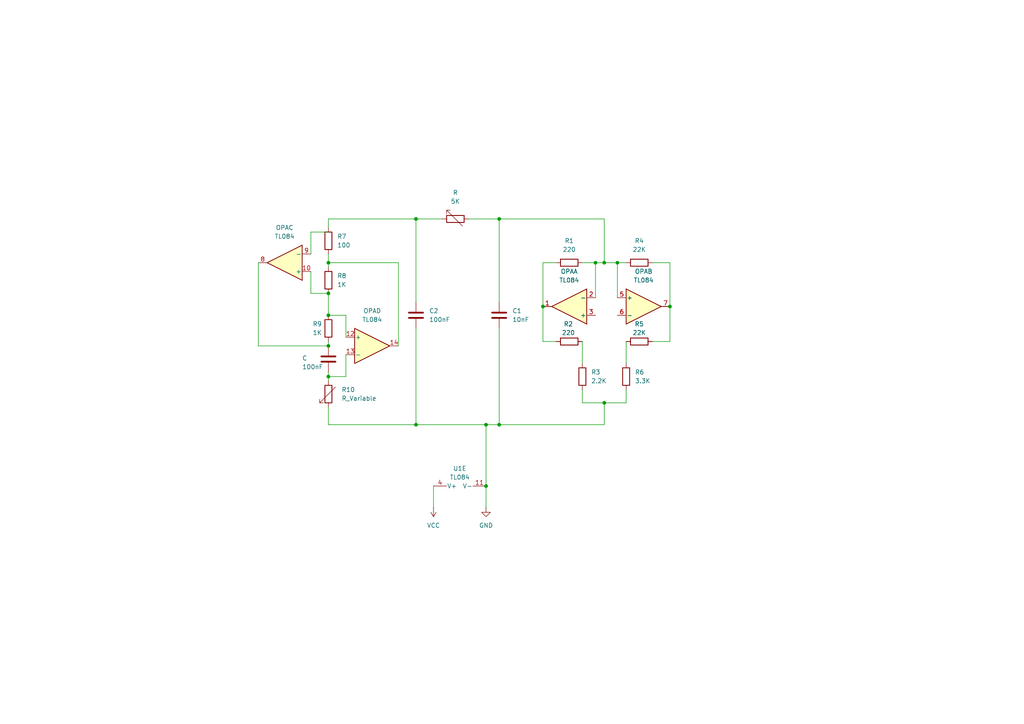
<source format=kicad_sch>
(kicad_sch (version 20250114) (generator "eeschema") (generator_version "9.0")
  (paper "A4")
  (lib_symbols
    (symbol "Amplifier_Operational:TL084" (pin_names (offset 0.127))
      (property "Reference" "U" (at 0 5.08 0))
      (property "Value" "TL084" (at 0 -5.08 0))
      (symbol "TL084_1_1"
        (polyline (pts (xy -5.08 5.08) (xy 5.08 0) (xy -5.08 -5.08) (xy -5.08 5.08)) (stroke (width 0.254)) (fill (type background)))
        (pin input line (at -7.62 2.54 0) (length 2.54) (name "+") (number "3"))
        (pin input line (at -7.62 -2.54 0) (length 2.54) (name "-") (number "2"))
        (pin output line (at 7.62 0 180) (length 2.54) (name "~") (number "1"))
      )
      (symbol "TL084_2_1"
        (polyline (pts (xy -5.08 5.08) (xy 5.08 0) (xy -5.08 -5.08) (xy -5.08 5.08)) (stroke (width 0.254)) (fill (type background)))
        (pin input line (at -7.62 2.54 0) (length 2.54) (name "+") (number "5"))
        (pin input line (at -7.62 -2.54 0) (length 2.54) (name "-") (number "6"))
        (pin output line (at 7.62 0 180) (length 2.54) (name "~") (number "7"))
      )
      (symbol "TL084_3_1"
        (polyline (pts (xy -5.08 5.08) (xy 5.08 0) (xy -5.08 -5.08) (xy -5.08 5.08)) (stroke (width 0.254)) (fill (type background)))
        (pin input line (at -7.62 2.54 0) (length 2.54) (name "+") (number "10"))
        (pin input line (at -7.62 -2.54 0) (length 2.54) (name "-") (number "9"))
        (pin output line (at 7.62 0 180) (length 2.54) (name "~") (number "8"))
      )
      (symbol "TL084_4_1"
        (polyline (pts (xy -5.08 5.08) (xy 5.08 0) (xy -5.08 -5.08) (xy -5.08 5.08)) (stroke (width 0.254)) (fill (type background)))
        (pin input line (at -7.62 2.54 0) (length 2.54) (name "+") (number "12"))
        (pin input line (at -7.62 -2.54 0) (length 2.54) (name "-") (number "13"))
        (pin output line (at 7.62 0 180) (length 2.54) (name "~") (number "14"))
      )
      (symbol "TL084_5_1"
        (pin power_in line (at -2.54 7.62 270) (length 3.81) (name "V+") (number "4"))
        (pin power_in line (at -2.54 -7.62 90) (length 3.81) (name "V-") (number "11"))
      )
    )
    (symbol "Device:C" (pin_numbers (hide yes)) (pin_names (offset 0.254))
      (property "Reference" "C" (at 0.635 2.54 0))
      (property "Value" "C" (at 0.635 -2.54 0))
      (symbol "C_0_1"
        (polyline (pts (xy -2.032 0.762) (xy 2.032 0.762)) (stroke (width 0.508)))
        (polyline (pts (xy -2.032 -0.762) (xy 2.032 -0.762)) (stroke (width 0.508)))
      )
      (symbol "C_1_1"
        (pin passive line (at 0 3.81 270) (length 2.794) (name "~") (number "1"))
        (pin passive line (at 0 -3.81 90) (length 2.794) (name "~") (number "2"))
      )
    )
    (symbol "Device:R" (pin_numbers (hide yes)) (pin_names (offset 0))
      (property "Reference" "R" (at 2.032 0 90))
      (property "Value" "R" (at 0 0 90))
      (symbol "R_0_1"
        (rectangle (start -1.016 -2.54) (end 1.016 2.54) (stroke (width 0.254)))
      )
      (symbol "R_1_1"
        (pin passive line (at 0 3.81 270) (length 1.27) (name "~") (number "1"))
        (pin passive line (at 0 -3.81 90) (length 1.27) (name "~") (number "2"))
      )
    )
    (symbol "Device:R_Variable" (pin_numbers (hide yes)) (pin_names (offset 0))
      (property "Reference" "R" (at 2.54 -2.54 90))
      (property "Value" "R_Variable" (at -2.54 -1.27 90))
      (symbol "R_Variable_0_1"
        (rectangle (start -1.016 -2.54) (end 1.016 2.54) (stroke (width 0.254)))
        (polyline (pts (xy 2.54 1.524) (xy 2.54 2.54) (xy 1.524 2.54) (xy 2.54 2.54) (xy -2.032 -2.032)))
      )
      (symbol "R_Variable_1_1"
        (pin passive line (at 0 3.81 270) (length 1.27) (name "~") (number "1"))
        (pin passive line (at 0 -3.81 90) (length 1.27) (name "~") (number "2"))
      )
    )
    (symbol "power:GND" (power) (pin_numbers (hide yes)) (pin_names (offset 0) (hide yes))
      (property "Value" "GND" (at 0 -3.81 0))
      (symbol "GND_0_1"
        (polyline (pts (xy 0 0) (xy 0 -1.27) (xy 1.27 -1.27) (xy 0 -2.54) (xy -1.27 -1.27) (xy 0 -1.27)))
      )
      (symbol "GND_1_1"
        (pin power_in line (at 0 0 270) (length 0) (name "~") (number "1"))
      )
    )
    (symbol "power:VCC" (power) (pin_numbers (hide yes)) (pin_names (offset 0) (hide yes))
      (property "Value" "VCC" (at 0 3.556 0))
      (symbol "VCC_0_1"
        (polyline (pts (xy -0.762 1.27) (xy 0 2.54)))
        (polyline (pts (xy 0 2.54) (xy 0.762 1.27)))
        (polyline (pts (xy 0 0) (xy 0 2.54)))
      )
      (symbol "VCC_1_1"
        (pin power_in line (at 0 0 90) (length 0) (name "~") (number "1"))
      )
    )
  )
  (junction (at 95.25 109.22))
  (junction (at 120.65 123.19))
  (junction (at 95.25 85.09))
  (junction (at 194.31 88.9))
  (junction (at 157.48 88.9))
  (junction (at 140.97 140.97))
  (junction (at 144.78 123.19))
  (junction (at 95.25 76.2))
  (junction (at 140.97 123.19))
  (junction (at 175.26 116.84))
  (junction (at 95.25 91.44))
  (junction (at 120.65 63.5))
  (junction (at 95.25 100.33))
  (junction (at 179.07 76.2))
  (junction (at 175.26 76.2))
  (junction (at 144.78 63.5))
  (junction (at 172.72 76.2))
  (wire (pts (xy 157.48 76.2) (xy 157.48 88.9)))
  (wire (pts (xy 90.17 78.74) (xy 90.17 85.09)))
  (wire (pts (xy 194.31 88.9) (xy 194.31 76.2)))
  (wire (pts (xy 144.78 63.5) (xy 144.78 87.63)))
  (wire (pts (xy 144.78 95.25) (xy 144.78 123.19)))
  (wire (pts (xy 125.73 140.97) (xy 125.73 147.32)))
  (wire (pts (xy 100.33 109.22) (xy 100.33 102.87)))
  (wire (pts (xy 172.72 76.2) (xy 175.26 76.2)))
  (wire (pts (xy 168.91 76.2) (xy 172.72 76.2)))
  (wire (pts (xy 144.78 63.5) (xy 175.26 63.5)))
  (wire (pts (xy 95.25 76.2) (xy 95.25 77.47)))
  (wire (pts (xy 179.07 76.2) (xy 179.07 86.36)))
  (wire (pts (xy 175.26 76.2) (xy 179.07 76.2)))
  (wire (pts (xy 95.25 118.11) (xy 95.25 123.19)))
  (wire (pts (xy 95.25 76.2) (xy 115.57 76.2)))
  (wire (pts (xy 100.33 91.44) (xy 100.33 97.79)))
  (wire (pts (xy 95.25 109.22) (xy 100.33 109.22)))
  (wire (pts (xy 90.17 67.31) (xy 90.17 73.66)))
  (wire (pts (xy 161.29 76.2) (xy 157.48 76.2)))
  (wire (pts (xy 144.78 123.19) (xy 175.26 123.19)))
  (wire (pts (xy 90.17 85.09) (xy 95.25 85.09)))
  (wire (pts (xy 135.89 63.5) (xy 144.78 63.5)))
  (wire (pts (xy 181.61 113.03) (xy 181.61 116.84)))
  (wire (pts (xy 175.26 116.84) (xy 175.26 123.19)))
  (wire (pts (xy 120.65 63.5) (xy 120.65 87.63)))
  (wire (pts (xy 74.93 76.2) (xy 74.93 100.33)))
  (wire (pts (xy 128.27 63.5) (xy 120.65 63.5)))
  (wire (pts (xy 175.26 76.2) (xy 175.26 63.5)))
  (wire (pts (xy 95.25 100.33) (xy 95.25 99.06)))
  (wire (pts (xy 168.91 113.03) (xy 168.91 116.84)))
  (wire (pts (xy 140.97 123.19) (xy 140.97 140.97)))
  (wire (pts (xy 157.48 99.06) (xy 161.29 99.06)))
  (wire (pts (xy 120.65 123.19) (xy 140.97 123.19)))
  (wire (pts (xy 175.26 116.84) (xy 168.91 116.84)))
  (wire (pts (xy 74.93 100.33) (xy 95.25 100.33)))
  (wire (pts (xy 95.25 123.19) (xy 120.65 123.19)))
  (wire (pts (xy 95.25 110.49) (xy 95.25 109.22)))
  (wire (pts (xy 95.25 63.5) (xy 120.65 63.5)))
  (wire (pts (xy 181.61 99.06) (xy 181.61 105.41)))
  (wire (pts (xy 157.48 88.9) (xy 157.48 99.06)))
  (wire (pts (xy 115.57 76.2) (xy 115.57 100.33)))
  (wire (pts (xy 95.25 63.5) (xy 95.25 66.04)))
  (wire (pts (xy 95.25 91.44) (xy 100.33 91.44)))
  (wire (pts (xy 172.72 86.36) (xy 172.72 76.2)))
  (wire (pts (xy 189.23 99.06) (xy 194.31 99.06)))
  (wire (pts (xy 179.07 76.2) (xy 181.61 76.2)))
  (wire (pts (xy 140.97 123.19) (xy 144.78 123.19)))
  (wire (pts (xy 95.25 73.66) (xy 95.25 76.2)))
  (wire (pts (xy 95.25 67.31) (xy 90.17 67.31)))
  (wire (pts (xy 168.91 99.06) (xy 168.91 105.41)))
  (wire (pts (xy 181.61 116.84) (xy 175.26 116.84)))
  (wire (pts (xy 95.25 85.09) (xy 95.25 91.44)))
  (wire (pts (xy 95.25 109.22) (xy 95.25 107.95)))
  (wire (pts (xy 189.23 76.2) (xy 194.31 76.2)))
  (wire (pts (xy 194.31 99.06) (xy 194.31 88.9)))
  (wire (pts (xy 140.97 140.97) (xy 140.97 147.32)))
  (wire (pts (xy 120.65 95.25) (xy 120.65 123.19)))
  (symbol (lib_id "Device:R") (at 185.42 76.2 90) (unit 1)
    (property "Reference" "R4" (at 185.42 69.85 90))
    (property "Value" "22K" (at 185.42 72.39 90))
    (property "Description" "Resistor" (effects (hide yes)))
  )
  (symbol (lib_id "Device:R") (at 95.25 81.28 180) (unit 1)
    (property "Reference" "R8" (at 97.79 80.0099 0) (effects (justify right)))
    (property "Value" "1K" (at 97.79 82.5499 0) (effects (justify right)))
    (property "Description" "Resistor" (effects (hide yes)))
  )
  (symbol (lib_id "Device:C") (at 120.65 91.44 0) (unit 1)
    (property "Reference" "C2" (at 124.46 90.1699 0) (effects (justify left)))
    (property "Value" "100nF" (at 124.46 92.7099 0) (effects (justify left)))
    (property "Description" "Unpolarized capacitor" (effects (hide yes)))
  )
  (symbol (lib_id "Amplifier_Operational:TL084") (at 186.69 88.9 0) (unit 2)
    (property "Reference" "OPA" (at 186.69 78.74 0))
    (property "Value" "TL084" (at 186.69 81.28 0))
    (property "Datasheet" "http://www.ti.com/lit/ds/symlink/tl081.pdf" (effects (hide yes)))
    (property "Description" "Quad JFET-Input Operational Amplifiers, DIP-14/SOIC-14/SSOP-14" (effects (hide yes)))
  )
  (symbol (lib_id "Device:R") (at 168.91 109.22 180) (unit 1)
    (property "Reference" "R3" (at 171.45 107.9499 0) (effects (justify right)))
    (property "Value" "2.2K" (at 171.45 110.4899 0) (effects (justify right)))
    (property "Description" "Resistor" (effects (hide yes)))
  )
  (symbol (lib_id "Device:R") (at 95.25 95.25 180) (unit 1)
    (property "Reference" "R9" (at 90.678 93.98 0) (effects (justify right)))
    (property "Value" "1K" (at 90.678 96.52 0) (effects (justify right)))
    (property "Description" "Resistor" (effects (hide yes)))
  )
  (symbol (lib_id "Device:R") (at 165.1 99.06 90) (unit 1)
    (property "Reference" "R2" (at 164.846 93.98 90))
    (property "Value" "220" (at 164.846 96.52 90))
    (property "Description" "Resistor" (effects (hide yes)))
  )
  (symbol (lib_id "Amplifier_Operational:TL084") (at 107.95 100.33 0) (unit 4)
    (property "Reference" "OPA" (at 107.95 90.17 0))
    (property "Value" "TL084" (at 107.95 92.71 0))
    (property "Datasheet" "http://www.ti.com/lit/ds/symlink/tl081.pdf" (effects (hide yes)))
    (property "Description" "Quad JFET-Input Operational Amplifiers, DIP-14/SOIC-14/SSOP-14" (effects (hide yes)))
  )
  (symbol (lib_id "Device:C") (at 144.78 91.44 0) (unit 1)
    (property "Reference" "C1" (at 148.59 90.1699 0) (effects (justify left)))
    (property "Value" "10nF" (at 148.59 92.7099 0) (effects (justify left)))
    (property "Description" "Unpolarized capacitor" (effects (hide yes)))
  )
  (symbol (lib_id "Device:R") (at 95.25 69.85 180) (unit 1)
    (property "Reference" "R7" (at 97.79 68.5799 0) (effects (justify right)))
    (property "Value" "100" (at 97.79 71.1199 0) (effects (justify right)))
    (property "Description" "Resistor" (effects (hide yes)))
  )
  (symbol (lib_id "power:VCC") (at 125.73 147.32 180) (unit 1)
    (property "Reference" "#PWR01" (effects (hide yes)))
    (property "Value" "VCC" (at 125.73 152.4 0))
    (property "Description" "Power symbol creates a global label with name \"VCC\"" (effects (hide yes)))
  )
  (symbol (lib_id "Amplifier_Operational:TL084") (at 82.55 76.2 180) (unit 3)
    (property "Reference" "OPA" (at 82.55 66.04 0))
    (property "Value" "TL084" (at 82.55 68.58 0))
    (property "Datasheet" "http://www.ti.com/lit/ds/symlink/tl081.pdf" (effects (hide yes)))
    (property "Description" "Quad JFET-Input Operational Amplifiers, DIP-14/SOIC-14/SSOP-14" (effects (hide yes)))
  )
  (symbol (lib_id "Device:R_Variable") (at 132.08 63.5 90) (unit 1)
    (property "Reference" "R" (at 132.08 55.88 90))
    (property "Value" "5K" (at 132.08 58.42 90))
    (property "Description" "Variable resistor" (effects (hide yes)))
  )
  (symbol (lib_id "Device:R") (at 165.1 76.2 90) (unit 1)
    (property "Reference" "R1" (at 165.1 69.85 90))
    (property "Value" "220" (at 165.1 72.39 90))
    (property "Description" "Resistor" (effects (hide yes)))
  )
  (symbol (lib_id "Device:R_Variable") (at 95.25 114.3 180) (unit 1)
    (property "Reference" "R10" (at 99.06 113.0299 0) (effects (justify right)))
    (property "Value" "R_Variable" (at 99.06 115.5699 0) (effects (justify right)))
    (property "Description" "Variable resistor" (effects (hide yes)))
  )
  (symbol (lib_id "power:GND") (at 140.97 147.32 0) (unit 1)
    (property "Reference" "#PWR02" (effects (hide yes)))
    (property "Value" "GND" (at 140.97 152.4 0))
    (property "Description" "Power symbol creates a global label with name \"GND\" , ground" (effects (hide yes)))
  )
  (symbol (lib_id "Amplifier_Operational:TL084") (at 165.1 88.9 180) (unit 1)
    (property "Reference" "OPA" (at 165.1 78.74 0))
    (property "Value" "TL084" (at 165.1 81.28 0))
    (property "Datasheet" "http://www.ti.com/lit/ds/symlink/tl081.pdf" (effects (hide yes)))
    (property "Description" "Quad JFET-Input Operational Amplifiers, DIP-14/SOIC-14/SSOP-14" (effects (hide yes)))
  )
  (symbol (lib_id "Device:R") (at 185.42 99.06 90) (unit 1)
    (property "Reference" "R5" (at 185.42 93.98 90))
    (property "Value" "22K" (at 185.42 96.52 90))
    (property "Description" "Resistor" (effects (hide yes)))
  )
  (symbol (lib_id "Device:C") (at 95.25 104.14 0) (unit 1)
    (property "Reference" "C" (at 87.63 103.886 0) (effects (justify left)))
    (property "Value" "100nF" (at 87.63 106.426 0) (effects (justify left)))
    (property "Description" "Unpolarized capacitor" (effects (hide yes)))
  )
  (symbol (lib_id "Amplifier_Operational:TL084") (at 133.35 138.43 90) (unit 5)
    (property "Reference" "U1" (at 133.35 135.89 90))
    (property "Value" "TL084" (at 133.35 138.43 90))
    (property "Datasheet" "http://www.ti.com/lit/ds/symlink/tl081.pdf" (effects (hide yes)))
    (property "Description" "Quad JFET-Input Operational Amplifiers, DIP-14/SOIC-14/SSOP-14" (effects (hide yes)))
  )
  (symbol (lib_id "Device:R") (at 181.61 109.22 180) (unit 1)
    (property "Reference" "R6" (at 184.15 107.9499 0) (effects (justify right)))
    (property "Value" "3.3K" (at 184.15 110.4899 0) (effects (justify right)))
    (property "Description" "Resistor" (effects (hide yes)))
  )
)
</source>
